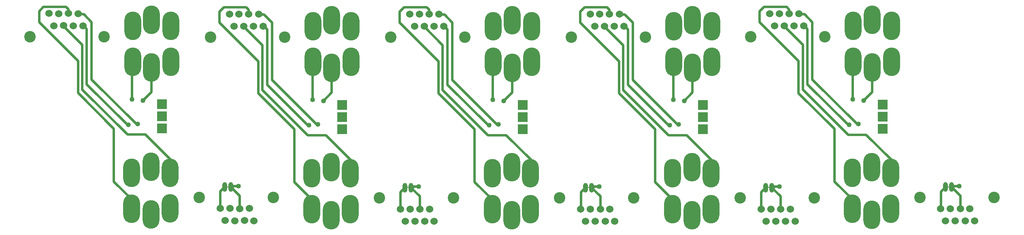
<source format=gbr>
%FSLAX23Y23*%
%MOIN*%
%ADD71O,0.03937X0.07874*%
%ADD19O,0.13780X0.23622*%
%ADD20R,0.02000X0.01000*%
%ADD14R,0.08000X0.08000*%
%ADD15C,0.01969*%
%ADD70C,0.04000*%
%ADD11C,0.06000*%
%ADD12C,0.09449*%
X000Y000D02*
D02*
D11*
X210Y1807D03*
X249Y1706D03*
X289Y1806D03*
X329Y1707D03*
X369Y1807D03*
X409Y1706D03*
X450Y1806D03*
X489Y1706D03*
X1617Y197D03*
X1657Y097D03*
X1694Y1803D03*
X1697Y197D03*
X1733Y1702D03*
X1737Y096D03*
X1773Y1803D03*
X1778Y196D03*
X1813Y1703D03*
X1818Y097D03*
X1853Y1803D03*
X1857Y197D03*
X1893Y1703D03*
X1896Y096D03*
X1934Y1803D03*
X1973Y1703D03*
X3101Y193D03*
X3141Y093D03*
X3179Y1803D03*
X3181Y193D03*
X3218Y1702D03*
X3221Y092D03*
X3258Y1803D03*
X3262Y192D03*
X3298Y1703D03*
X3302Y093D03*
X3338Y1803D03*
X3341Y193D03*
X3378Y1703D03*
X3380Y092D03*
X3419Y1803D03*
X3458Y1703D03*
X4586Y193D03*
X4626Y093D03*
X4664Y1803D03*
X4666Y193D03*
X4703Y1702D03*
X4706Y092D03*
X4743Y1803D03*
X4747Y192D03*
X4783Y1703D03*
X4787Y093D03*
X4823Y1803D03*
X4826Y193D03*
X4863Y1703D03*
X4865Y092D03*
X4904Y1803D03*
X4943Y1703D03*
X6071Y193D03*
X6111Y093D03*
X6143Y1806D03*
X6152Y193D03*
X6182Y1706D03*
X6191Y092D03*
X6222Y1806D03*
X6232Y192D03*
X6262Y1706D03*
X6272Y093D03*
X6302Y1806D03*
X6311Y193D03*
X6342Y1706D03*
X6351Y092D03*
X6383Y1806D03*
X6422Y1706D03*
X7550Y196D03*
X7590Y096D03*
X7630Y196D03*
X7670Y096D03*
X7711Y196D03*
X7751Y096D03*
X7790Y196D03*
X7829Y096D03*
D02*
D12*
X053Y1615D03*
X663D03*
X1444Y288D03*
X1537Y1612D03*
X2054Y288D03*
X2147Y1612D03*
X2928Y284D03*
X3022Y1612D03*
X3538Y284D03*
X3632Y1612D03*
X4413Y284D03*
X4507Y1612D03*
X5023Y284D03*
X5117Y1612D03*
X5898Y284D03*
X5986Y1615D03*
X6508Y284D03*
X6596Y1615D03*
X7377Y287D03*
X7987D03*
D02*
D14*
X1138Y857D03*
Y957D03*
Y1057D03*
X2622Y853D03*
Y953D03*
Y1053D03*
X4107Y853D03*
Y953D03*
Y1053D03*
X5592Y853D03*
Y953D03*
Y1053D03*
X7071Y856D03*
Y956D03*
Y1056D03*
D02*
D15*
X329Y1707D02*
Y1702D01*
X481Y1550*
Y1180*
X854Y807*
X1003*
X1208Y602*
Y597*
X1204Y491*
X369Y1807D02*
Y1841D01*
X348Y1862*
X163*
X127Y1825*
Y1734*
X447Y1414*
Y1151*
X743Y855*
Y420*
X888Y275*
Y195*
X889Y196*
X863Y890D02*
X855D01*
Y888*
X520Y1223*
Y1679*
X493Y1707*
X508*
X489Y1706*
X893Y1100D02*
Y1357D01*
X898Y1362*
X897Y1410*
X938Y895D02*
X934D01*
Y888*
X560Y1261*
Y1736*
X495Y1802*
X490*
X450Y1806*
X1052Y1361D02*
Y1159D01*
X983Y1090*
X1656Y374D02*
X1618Y337D01*
Y252*
X1617Y197*
X1706Y374D02*
X1721D01*
X1728Y382*
X1768*
X1706Y374D02*
X1778Y302D01*
Y196*
X1778*
X1813Y1703D02*
Y1698D01*
X1965Y1546*
Y1176*
X2338Y803*
X2487*
X2692Y598*
Y593*
X2688Y488*
X1853Y1803D02*
Y1837D01*
X1832Y1858*
X1647*
X1611Y1821*
Y1731*
X1931Y1411*
Y1147*
X2227Y851*
Y416*
X2372Y271*
Y191*
X2373Y193*
X2347Y886D02*
X2339D01*
Y884*
X2004Y1219*
Y1676*
X1977Y1703*
X1992*
X1973Y1703*
X2377Y1096D02*
Y1353D01*
X2382Y1358*
X2381Y1407*
X2422Y891D02*
X2418D01*
Y884*
X2045Y1258*
Y1732*
X1979Y1798*
X1974*
X1934Y1803*
X2536Y1357D02*
Y1155D01*
X2467Y1086*
X3140Y370D02*
X3102Y333D01*
Y248*
X3101Y193*
X3190Y370D02*
X3205D01*
X3212Y378*
X3252*
X3190Y370D02*
X3262Y298D01*
Y192*
X3262*
X3298Y1703D02*
Y1698D01*
X3450Y1546*
Y1176*
X3823Y803*
X3972*
X4177Y598*
Y593*
X4173Y488*
X3338Y1803D02*
Y1837D01*
X3317Y1858*
X3132*
X3096Y1821*
Y1731*
X3416Y1411*
Y1147*
X3712Y851*
Y416*
X3857Y271*
Y191*
X3858Y193*
X3832Y886D02*
X3824D01*
Y884*
X3489Y1219*
Y1676*
X3462Y1703*
X3477*
X3458Y1703*
X3862Y1096D02*
Y1353D01*
X3867Y1358*
X3866Y1407*
X3907Y891D02*
X3903D01*
Y884*
X3530Y1258*
Y1732*
X3464Y1798*
X3459*
X3419Y1803*
X4021Y1357D02*
Y1155D01*
X3952Y1086*
X4625Y370D02*
X4587Y333D01*
Y248*
X4586Y193*
X4675Y370D02*
X4690D01*
X4697Y378*
X4737*
X4675Y370D02*
X4747Y298D01*
Y192*
X4747*
X4783Y1703D02*
Y1698D01*
X4935Y1546*
Y1176*
X5309Y803*
X5457*
X5662Y598*
Y593*
X5658Y488*
X4823Y1803D02*
Y1837D01*
X4802Y1858*
X4617*
X4581Y1821*
Y1731*
X4901Y1411*
Y1147*
X5197Y851*
Y416*
X5342Y271*
Y191*
X5343Y193*
X5317Y886D02*
X5309D01*
Y884*
X4974Y1219*
Y1676*
X4947Y1703*
X4962*
X4943Y1703*
X5347Y1096D02*
Y1353D01*
X5352Y1358*
X5351Y1407*
X5392Y891D02*
X5388D01*
Y884*
X5015Y1258*
Y1732*
X4949Y1798*
X4944*
X4904Y1803*
X5506Y1357D02*
Y1155D01*
X5437Y1086*
X6110Y370D02*
X6072Y333D01*
Y248*
X6071Y193*
X6160Y370D02*
X6175D01*
X6182Y378*
X6222*
X6160Y370D02*
X6232Y298D01*
Y192*
X6232*
X6262Y1706D02*
Y1702D01*
X6414Y1549*
Y1179*
X6787Y806*
X6936*
X7141Y601*
Y596*
X7137Y491*
X6302Y1806D02*
Y1840D01*
X6281Y1861*
X6096*
X6060Y1825*
Y1734*
X6380Y1414*
Y1150*
X6676Y854*
Y419*
X6821Y274*
Y194*
X6822Y196*
X6796Y889D02*
X6788D01*
Y887*
X6453Y1222*
Y1679*
X6426Y1706*
X6441*
X6422Y1706*
X6826Y1099D02*
Y1356D01*
X6831Y1361*
X6830Y1410*
X6871Y894D02*
X6867D01*
Y887*
X6493Y1261*
Y1735*
X6428Y1801*
X6423*
X6383Y1806*
X6985Y1361D02*
Y1158D01*
X6916Y1089*
X7589Y374D02*
X7551Y336D01*
Y251*
X7550Y196*
X7639Y374D02*
X7654D01*
X7661Y381*
X7701*
X7639Y374D02*
X7711Y301D01*
Y196*
X7711*
D02*
D19*
X889Y196D03*
Y491D03*
X897Y1705D03*
X897Y1410D03*
X1048Y541D03*
X1048Y147D03*
X1052Y1755D03*
X1052Y1361D03*
X1204Y491D03*
X1204Y197D03*
X1211Y1410D03*
Y1705D03*
X2373Y193D03*
Y488D03*
X2381Y1701D03*
X2381Y1407D03*
X2532Y537D03*
X2532Y143D03*
X2536Y1751D03*
X2536Y1357D03*
X2688Y488D03*
X2688Y193D03*
X2695Y1407D03*
Y1701D03*
X3858Y193D03*
Y488D03*
X3866Y1701D03*
X3866Y1407D03*
X4017Y537D03*
X4017Y143D03*
X4021Y1751D03*
X4021Y1357D03*
X4173Y488D03*
X4173Y193D03*
X4181Y1407D03*
Y1701D03*
X5343Y193D03*
Y488D03*
X5351Y1701D03*
X5351Y1407D03*
X5502Y537D03*
X5503Y143D03*
X5506Y1751D03*
X5506Y1357D03*
X5658Y488D03*
X5658Y193D03*
X5666Y1407D03*
Y1701D03*
X6822Y196D03*
Y491D03*
X6830Y1704D03*
X6830Y1410D03*
X6981Y540D03*
X6981Y146D03*
X6985Y1755D03*
X6985Y1361D03*
X7137Y491D03*
X7137Y196D03*
X7144Y1410D03*
Y1705D03*
D02*
D70*
X863Y890D03*
X893Y1100D03*
X938Y895D03*
X983Y1090D03*
X1768Y382D03*
X2347Y886D03*
X2377Y1096D03*
X2422Y891D03*
X2467Y1086D03*
X3252Y378D03*
X3832Y886D03*
X3862Y1096D03*
X3907Y891D03*
X3952Y1086D03*
X4737Y378D03*
X5317Y886D03*
X5347Y1096D03*
X5392Y891D03*
X5437Y1086D03*
X6222Y378D03*
X6796Y889D03*
X6826Y1099D03*
X6871Y894D03*
X6916Y1089D03*
X7701Y381D03*
D02*
D71*
X1656Y374D03*
X1706D03*
X3140Y370D03*
X3190D03*
X4625D03*
X4675D03*
X6110D03*
X6160D03*
X7589Y374D03*
X7639D03*
D02*
D20*
X1681Y375D03*
X3165Y371D03*
X4650D03*
X6135D03*
X7614Y374D03*
X000Y000D02*
M02*

</source>
